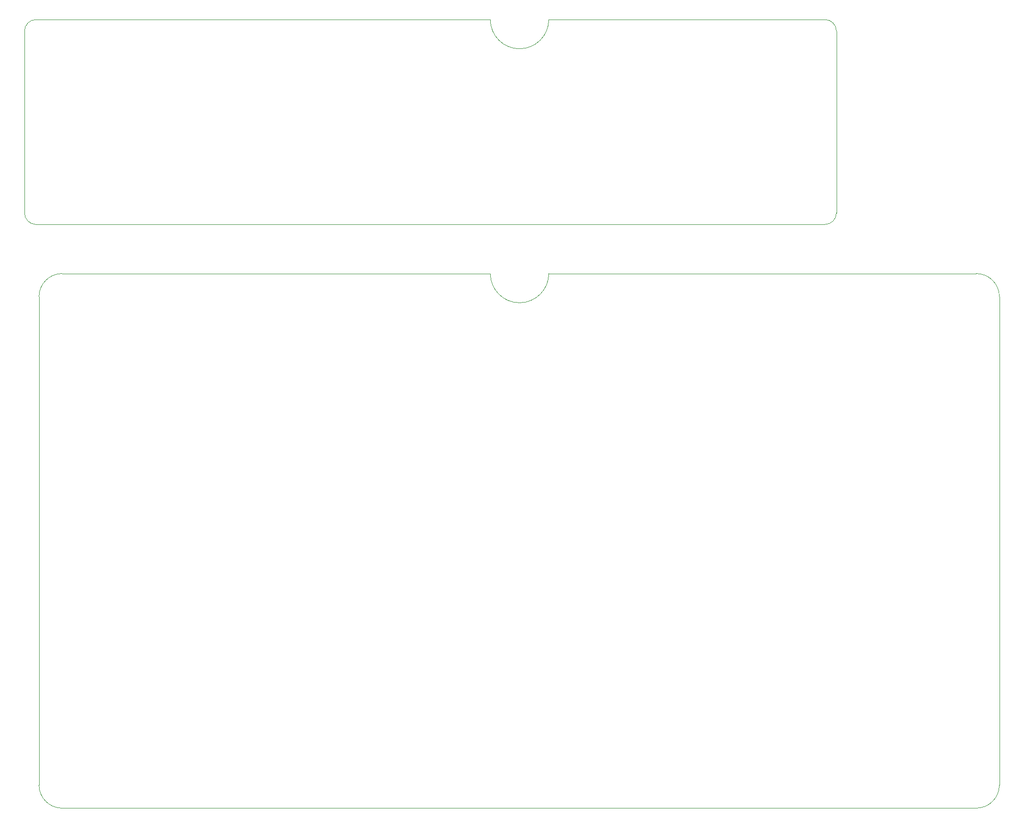
<source format=gbr>
%TF.GenerationSoftware,KiCad,Pcbnew,9.0.3*%
%TF.CreationDate,2025-08-21T10:37:57+02:00*%
%TF.ProjectId,RP2040_DSP,52503230-3430-45f4-9453-502e6b696361,V1.1*%
%TF.SameCoordinates,Original*%
%TF.FileFunction,Profile,NP*%
%FSLAX46Y46*%
G04 Gerber Fmt 4.6, Leading zero omitted, Abs format (unit mm)*
G04 Created by KiCad (PCBNEW 9.0.3) date 2025-08-21 10:37:57*
%MOMM*%
%LPD*%
G01*
G04 APERTURE LIST*
%TA.AperFunction,Profile*%
%ADD10C,0.050000*%
%TD*%
G04 APERTURE END LIST*
D10*
X61000000Y-59000000D02*
X197500000Y-59000000D01*
X59000000Y-25500000D02*
X59000000Y-57000000D01*
X197500000Y-23500000D02*
X149726500Y-23500000D01*
X227700000Y-156100000D02*
G75*
G02*
X223700000Y-160100000I-4000000J0D01*
G01*
X223700000Y-160100000D02*
X65503250Y-160100000D01*
X197500000Y-23500000D02*
G75*
G02*
X199500000Y-25500000I0J-2000000D01*
G01*
X199500000Y-57000000D02*
X199500000Y-25500000D01*
X65503250Y-160100000D02*
G75*
G02*
X61503300Y-156100000I50J4000000D01*
G01*
X227700000Y-71496753D02*
X227700000Y-156100000D01*
X59000000Y-25500000D02*
G75*
G02*
X61000000Y-23500000I2000000J0D01*
G01*
X149726500Y-67500000D02*
G75*
G02*
X139603250Y-67500000I-5061625J0D01*
G01*
X149726500Y-23500000D02*
G75*
G02*
X139603250Y-23500000I-5061625J0D01*
G01*
X61503250Y-156100000D02*
X61503250Y-71500000D01*
X149726500Y-67500000D02*
X223703250Y-67500000D01*
X65503250Y-67500000D02*
X139603250Y-67500000D01*
X223703250Y-67500000D02*
G75*
G02*
X227700000Y-71496753I-50J-3996800D01*
G01*
X139603250Y-23500000D02*
X61000000Y-23500000D01*
X61503250Y-71500000D02*
G75*
G02*
X65503250Y-67499950I4000050J0D01*
G01*
X61000000Y-59000000D02*
G75*
G02*
X59000000Y-57000000I0J2000000D01*
G01*
X199500000Y-57000000D02*
G75*
G02*
X197500000Y-59000000I-2000000J0D01*
G01*
M02*

</source>
